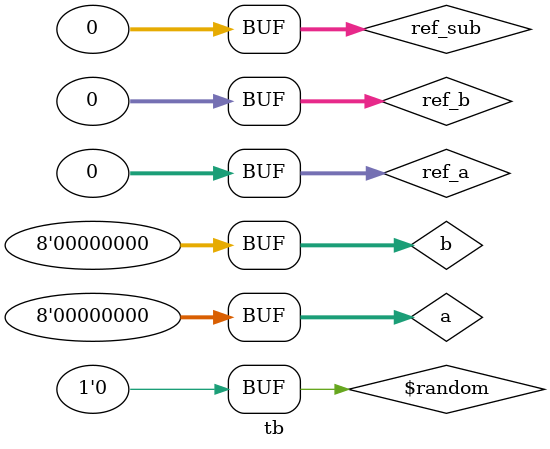
<source format=sv>
module tb;					// BANCO DE PRUEBAS
	reg [7:00]a,b;			// ENTRADAS
	wire [7:0] sub;		// SALIDAS
	wire overflow;
	integer ref_a=0;
	integer ref_b=0;
	integer ref_sub=0;
	Restador Restador_i(.a(a),.b(b),.sub(sub),.overflow(overflow)); // INSTANCIAMOS NUESTRA PRUEBA
	
	initial begin							// AQUI SE COMIENZAN LAS PRUEBAS
		repeat (100) begin
			a=$random;						// ASIGNAR UN ESTIMULO RANDOM A (A)
			b=$random;
			ref_a = a;						// ASIGNAR A UNA VARIABLE DE REFERENCIA
			ref_b = b;
			ref_sub = ref_a - ref_b;
			if (ref_sub != sub)
				$display("error");
			#10;
		end
	end

endmodule
	
</source>
